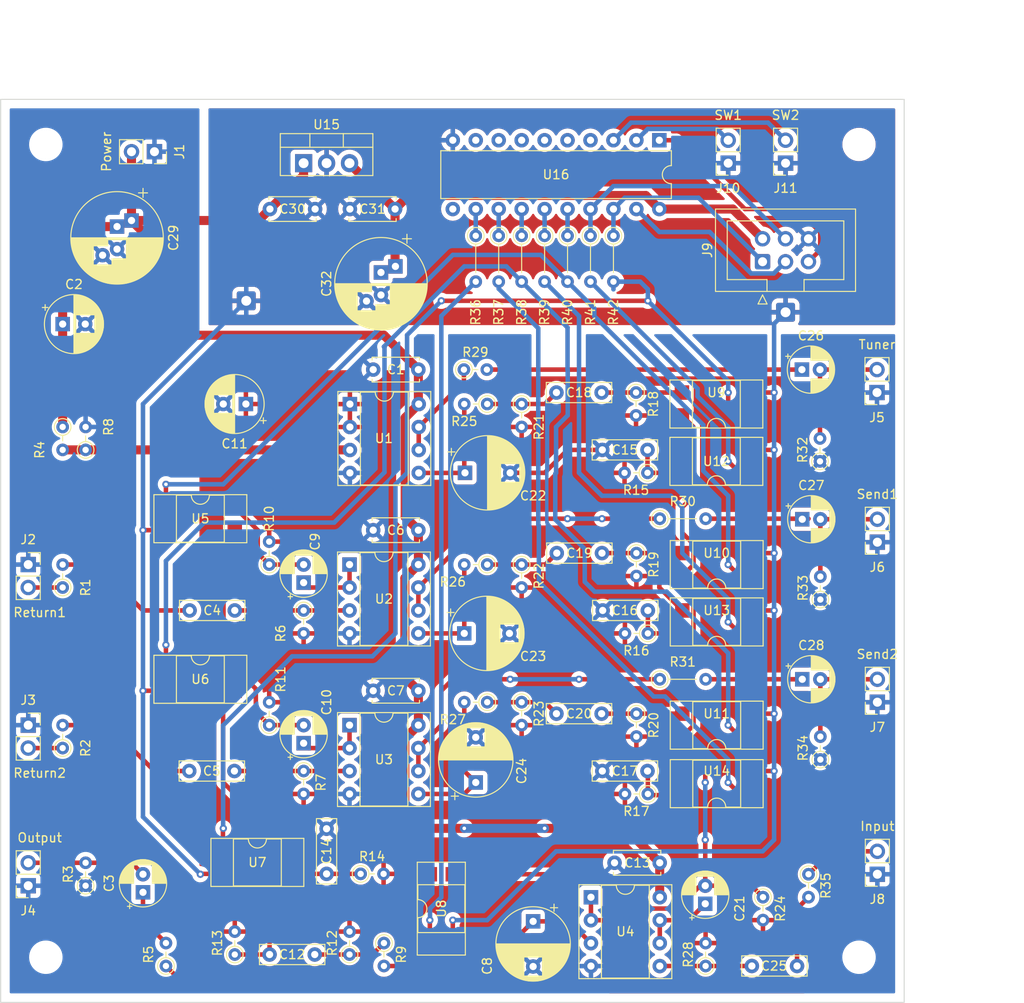
<source format=kicad_pcb>
(kicad_pcb (version 20221018) (generator pcbnew)
  (title_block (title "Line Selector") (date "2023-10-28") (rev "1.0A") (company "Chuck Timber") (comment 1 "DK-FX0002-1.1B"))
  (layers (0 "F.Cu" signal) (31 "B.Cu" signal) (34 "B.Paste" user) (35 "F.Paste" user) (36 "B.SilkS" user "B.Silkscreen") (37 "F.SilkS" user "F.Silkscreen") (38 "B.Mask" user) (39 "F.Mask" user) (44 "Edge.Cuts" user))
  (net 0 "")
  (net 1 "Net-(C14-Pad1)")
  (net 2 "VCOM")
  (net 3 "Net-(C17-Pad1)")
  (net 4 "Net-(J9-MISO)")
  (net 5 "S10")
  (net 6 "Net-(J9-MOSI)")
  (net 7 "S89")
  (net 8 "Net-(U16-PB4)")
  (net 9 "S7")
  (net 10 "Net-(U16-PB3)")
  (net 11 "S56")
  (net 12 "Net-(U16-PB2)")
  (net 13 "S4")
  (net 14 "Net-(U16-PB1)")
  (net 15 "S23")
  (net 16 "Net-(U16-PB0)")
  (net 17 "S1")
  (net 18 "Net-(C16-Pad1)")
  (net 19 "Net-(C15-Pad1)")
  (net 20 "Net-(C18-Pad1)")
  (net 21 "Net-(C12-Pad1)")
  (net 22 "Net-(C12-Pad2)")
  (net 23 "Net-(C10-Pad2)")
  (net 24 "Net-(C9-Pad2)")
  (net 25 "Net-(U4A-+)")
  (net 26 "Net-(U1A-+)")
  (net 27 "GND")
  (net 28 "Net-(U3A-+)")
  (net 29 "Net-(U2A-+)")
  (net 30 "Net-(C3-Pad1)")
  (net 31 "+9V")
  (net 32 "Net-(J4-Pin_2)")
  (net 33 "Net-(J8-Pin_2)")
  (net 34 "Net-(C25-Pad1)")
  (net 35 "Net-(J7-Pin_2)")
  (net 36 "Net-(J6-Pin_2)")
  (net 37 "Net-(J5-Pin_2)")
  (net 38 "Net-(U3B--)")
  (net 39 "Net-(C28-Pad1)")
  (net 40 "Net-(U2B--)")
  (net 41 "Net-(C27-Pad1)")
  (net 42 "Net-(U1B--)")
  (net 43 "Net-(C26-Pad1)")
  (net 44 "Net-(U4B-+)")
  (net 45 "Net-(C20-Pad2)")
  (net 46 "Net-(C19-Pad2)")
  (net 47 "Net-(C18-Pad2)")
  (net 48 "Net-(C21-Pad2)")
  (net 49 "Net-(C20-Pad1)")
  (net 50 "Net-(C19-Pad1)")
  (net 51 "Net-(J2-Pin_2)")
  (net 52 "Net-(C4-Pad1)")
  (net 53 "Net-(J3-Pin_2)")
  (net 54 "Net-(C5-Pad1)")
  (net 55 "GNDD")
  (net 56 "+5V")
  (net 57 "Net-(U1B-+)")
  (net 58 "Net-(U2A--)")
  (net 59 "Net-(U2B-+)")
  (net 60 "Net-(U3A--)")
  (net 61 "Net-(U3B-+)")
  (net 62 "Net-(U4A--)")
  (net 63 "Net-(U4B--)")
  (net 64 "Net-(J9-~{RST})")
  (net 65 "Net-(J10-Pin_2)")
  (net 66 "Net-(J11-Pin_2)")
  (net 74 "Net-(J9-SCK)")
  (footprint "Resistor_THT:R_Axial_DIN0204_L3.6mm_D1.6mm_P2.54mm_Vertical" (layer "F.Cu") (at 181.61 139.7 90)
    (fp_text reference "R12")
    (fp_text value "1M" hide)
  )
  (footprint "Connector_PinSocket_2.54mm:PinSocket_1x02_P2.54mm_Vertical" (layer "F.Cu") (at 223.52 52.07 180)
    (fp_text reference "J10")
    (fp_text value "SW1")
  )
  (footprint "Resistor_THT:R_Axial_DIN0204_L3.6mm_D1.6mm_P2.54mm_Vertical" (layer "F.Cu") (at 161.29 140.97 90)
    (fp_text reference "R5")
    (fp_text value "1k" hide)
  )
  (footprint "Connector_PinSocket_2.54mm:PinSocket_1x02_P2.54mm_Vertical" (layer "F.Cu") (at 239.99 77.47 180)
    (fp_text reference "J5")
    (fp_text value "Tuner")
  )
  (footprint "Package_DIP:DIP-8_W7.62mm_Socket" (layer "F.Cu") (at 208.33 133.36)
    (fp_text reference "U4")
    (fp_text value "NJM4558" hide)
  )
  (footprint "Capacitor_THT:CP_Radial_D10.0mm_P2.50mm_P5.00mm" (layer "F.Cu") (at 185.09 64.170937 -90)
    (fp_text reference "C32")
    (fp_text value "220u/35V" hide)
  )
  (footprint "Capacitor_THT:C_Rect_L7.0mm_W2.0mm_P5.00mm" (layer "F.Cu") (at 172.76 139.7)
    (fp_text reference "C12")
    (fp_text value "47n" hide)
  )
  (footprint "Connector_PinSocket_2.54mm:PinSocket_1x02_P2.54mm_Vertical" (layer "F.Cu") (at 229.87 52.07 180)
    (fp_text reference "J11")
    (fp_text value "SW2")
  )
  (footprint "Resistor_THT:R_Axial_DIN0204_L3.6mm_D1.6mm_P5.08mm_Vertical" (layer "F.Cu") (at 215.95 91.44)
    (fp_text reference "R30")
    (fp_text value "1k" hide)
  )
  (footprint "Capacitor_THT:CP_Radial_D5.0mm_P2.00mm" (layer "F.Cu") (at 231.72 109.22)
    (fp_text reference "C28")
    (fp_text value "1u/50V" hide)
  )
  (footprint "Capacitor_THT:C_Rect_L7.0mm_W2.0mm_P5.00mm" (layer "F.Cu") (at 163.87 119.38)
    (fp_text reference "C5")
    (fp_text value "47n" hide)
  )
  (footprint "Resistor_THT:R_Axial_DIN0204_L3.6mm_D1.6mm_P2.54mm_Vertical" (layer "F.Cu") (at 149.86 81.28 -90)
    (fp_text reference "R4")
    (fp_text value "33k" hide)
  )
  (footprint "Capacitor_THT:CP_Radial_D6.3mm_P2.50mm" (layer "F.Cu") (at 170.14 78.74 180)
    (fp_text reference "C11")
    (fp_text value "100u/16V" hide)
  )
  (footprint "Resistor_THT:R_Axial_DIN0204_L3.6mm_D1.6mm_P2.54mm_Vertical" (layer "F.Cu") (at 227.37 133.35 -90)
    (fp_text reference "R24")
    (fp_text value "1M" hide)
  )
  (footprint "Resistor_THT:R_Axial_DIN0204_L3.6mm_D1.6mm_P2.54mm_Vertical" (layer "F.Cu") (at 149.86 116.84 90)
    (fp_text reference "R2")
    (fp_text value "10k" hide)
  )
  (footprint "Capacitor_THT:C_Disc_D5.0mm_W2.5mm_P5.00mm" (layer "F.Cu") (at 186.65 57.15 180)
    (fp_text reference "C31")
    (fp_text value "100n" hide)
  )
  (footprint "MountingHole:MountingHole_3.2mm_M3" (layer "F.Cu") (at 238 140)
    (fp_text reference "H2" hide)
    (fp_text value "MountingHole" hide)
  )
  (footprint "Connector_PinSocket_2.54mm:PinSocket_1x02_P2.54mm_Vertical" (layer "F.Cu") (at 240.03 111.76 180)
    (fp_text reference "J7")
    (fp_text value "Send2")
  )
  (footprint "Package_DIP:DIP-8_W7.62mm_Socket" (layer "F.Cu") (at 181.61 96.52)
    (fp_text reference "U2")
    (fp_text value "NJM4558" hide)
  )
  (footprint "Resistor_THT:R_Axial_DIN0204_L3.6mm_D1.6mm_P2.54mm_Vertical" (layer "F.Cu") (at 233.72 100.39 90)
    (fp_text reference "R33")
    (fp_text value "100k" hide)
  )
  (footprint "Resistor_THT:R_Axial_DIN0204_L3.6mm_D1.6mm_P2.54mm_Vertical" (layer "F.Cu") (at 152.4 132.08 90)
    (fp_text reference "R3")
    (fp_text value "100k" hide)
  )
  (footprint "Package_DIP:DIP-4_W7.62mm_SMDSocket_SmallPads" (layer "F.Cu") (at 191.77 134.62 90)
    (fp_text reference "U8")
    (fp_text value "TLP241A" hide)
  )
  (footprint "Capacitor_THT:CP_Radial_D8.0mm_P5.00mm" (layer "F.Cu") (at 195.58 120.65 90)
    (fp_text reference "C24")
    (fp_text value "470p" hide)
  )
  (footprint "Resistor_THT:R_Axial_DIN0204_L3.6mm_D1.6mm_P2.54mm_Vertical" (layer "F.Cu") (at 196.85 96.52 180)
    (fp_text reference "R26")
    (fp_text value "1k" hide)
  )
  (footprint "Connector_PinSocket_2.54mm:PinSocket_1x02_P2.54mm_Vertical" (layer "F.Cu") (at 240.03 130.81 180)
    (fp_text reference "J8")
    (fp_text value "Input")
  )
  (footprint "Capacitor_THT:C_Rect_L7.0mm_W2.0mm_P5.00mm" (layer "F.Cu") (at 179.07 130.77 90)
    (fp_text reference "C14")
    (fp_text value "47n" hide)
  )
  (footprint "Capacitor_THT:CP_Radial_D8.0mm_P5.00mm" (layer "F.Cu") (at 194.39 86.36)
    (fp_text reference "C22")
    (fp_text value "470p" hide)
  )
  (footprint "Resistor_THT:R_Axial_DIN0204_L3.6mm_D1.6mm_P5.08mm_Vertical" (layer "F.Cu") (at 215.95 109.22)
    (fp_text reference "R31")
    (fp_text value "1k" hide)
  )
  (footprint "Package_DIP:DIP-4_W7.62mm_SMDSocket_SmallPads" (layer "F.Cu") (at 222.21 85.09 180)
    (fp_text reference "U12")
    (fp_text value "TLP241A" hide)
  )
  (footprint "Capacitor_THT:C_Rect_L7.0mm_W2.0mm_P5.00mm" (layer "F.Cu") (at 231.14 140.97 180)
    (fp_text reference "C25")
    (fp_text value "47n" hide)
  )
  (footprint "Resistor_THT:R_Axial_DIN0204_L3.6mm_D1.6mm_P2.54mm_Vertical" (layer "F.Cu") (at 172.72 96.52 90)
    (fp_text reference "R10")
    (fp_text value "1M" hide)
  )
  (footprint "Connector_Wire:SolderWire-0.5sqmm_1x01_D0.9mm_OD2.1mm" (layer "F.Cu") (at 170.18 67.31)
    (fp_text reference "J12" hide)
    (fp_text value "Conn_01x01_Pin" hide)
  )
  (footprint "Resistor_THT:R_Axial_DIN0204_L3.6mm_D1.6mm_P2.54mm_Vertical" (layer "F.Cu") (at 176.53 119.38 -90)
    (fp_text reference "R7")
    (fp_text value "1M" hide)
  )
  (footprint "Capacitor_THT:C_Disc_D5.0mm_W2.5mm_P5.00mm" (layer "F.Cu") (at 189.23 74.93 180)
    (fp_text reference "C1")
    (fp_text value "100n" hide)
  )
  (footprint "Resistor_THT:R_Axial_DIN0204_L3.6mm_D1.6mm_P2.54mm_Vertical" (layer "F.Cu") (at 196.85 78.74 180)
    (fp_text reference "R25")
    (fp_text value "1k")
  )
  (footprint "Capacitor_THT:CP_Radial_D10.0mm_P2.50mm_P5.00mm" (layer "F.Cu") (at 155.88 59.090937 -90)
    (fp_text reference "C29")
    (fp_text value "220u/35V" hide)
  )
  (footprint "Capacitor_THT:C_Disc_D5.0mm_W2.5mm_P5.00mm" (layer "F.Cu") (at 172.8 57.15)
    (fp_text reference "C30")
    (fp_text value "100n" hide)
  )
  (footprint "Connector_PinSocket_2.54mm:PinSocket_1x02_P2.54mm_Vertical" (layer "F.Cu") (at 240.03 94.04 180)
    (fp_text reference "J6")
    (fp_text value "Send1")
  )
  (footprint "Capacitor_THT:C_Disc_D5.0mm_W2.5mm_P5.00mm" (layer "F.Cu") (at 189.23 92.71 180)
    (fp_text reference "C6")
    (fp_text value "100n" hide)
  )
  (footprint "Resistor_THT:R_Axial_DIN0204_L3.6mm_D1.6mm_P2.54mm_Vertical" (layer "F.Cu") (at 152.4 83.82 90)
    (fp_text reference "R8")
    (fp_text value "33k" hide)
  )
  (footprint "Resistor_THT:R_Axial_DIN0204_L3.6mm_D1.6mm_P2.54mm_Vertical" (layer "F.Cu") (at 213.32 77.47 -90)
    (fp_text reference "R18")
    (fp_text value "1M" hide)
  )
  (footprint "MountingHole:MountingHole_3.2mm_M3" (layer "F.Cu") (at 148 140)
    (fp_text reference "H4" hide)
    (fp_text value "MountingHole" hide)
  )
  (footprint "Capacitor_THT:C_Rect_L7.0mm_W2.0mm_P5.00mm" (layer "F.Cu") (at 214.63 101.6 180)
    (fp_text reference "C16")
    (fp_text value "47n" hide)
  )
  (footprint "Resistor_THT:R_Axial_DIN0204_L3.6mm_D1.6mm_P2.54mm_Vertical" (layer "F.Cu") (at 233.68 85.09 90)
    (fp_text reference "R32")
    (fp_text value "100k" hide)
  )
  (footprint "Capacitor_THT:CP_Radial_D6.3mm_P2.50mm" (layer "F.Cu") (at 149.86 69.89)
    (fp_text reference "C2")
    (fp_text value "100u/16V" hide)
  )
  (footprint "Resistor_THT:R_Axial_DIN0204_L3.6mm_D1.6mm_P5.08mm_Vertical" (layer "F.Cu") (at 203.2 60.11 -90)
    (fp_text reference "R39")
    (fp_text value "1k" hide)
  )
  (footprint "Resistor_THT:R_Axial_DIN0204_L3.6mm_D1.6mm_P2.54mm_Vertical" (layer "F.Cu") (at 185.42 138.43 -90)
    (fp_text reference "R9")
    (fp_text value "1k" hide)
  )
  (footprint "Resistor_THT:R_Axial_DIN0204_L3.6mm_D1.6mm_P2.54mm_Vertical" (layer "F.Cu") (at 214.63 104.14 180)
    (fp_text reference "R16")
    (fp_text value "1M" hide)
  )
  (footprint "MountingHole:MountingHole_3.2mm_M3" (layer "F.Cu") (at 238 50)
    (fp_text reference "H3" hide)
    (fp_text value "MountingHole" hide)
  )
  (footprint "Connector_PinSocket_2.54mm:PinSocket_1x02_P2.54mm_Vertical" (layer "F.Cu") (at 146.05 114.3)
    (fp_text reference "J3")
    (fp_text value "Return2")
  )
  (footprint "Resistor_THT:R_Axial_DIN0204_L3.6mm_D1.6mm_P2.54mm_Vertical" (layer "F.Cu") (at 213.36 95.25 -90)
    (fp_text reference "R19")
    (fp_text value "1M" hide)
  )
  (footprint "Resistor_THT:R_Axial_DIN0204_L3.6mm_D1.6mm_P2.54mm_Vertical" (layer "F.Cu") (at 214.63 121.92 180)
    (fp_text reference "R17")
    (fp_text value "1M" hide)
  )
  (footprint "Capacitor_THT:CP_Radial_D8.0mm_P5.00mm" (layer "F.Cu") (at 201.93 136.027349 -90)
    (fp_text reference "C8")
    (fp_text value "470p" hide)
  )
  (footprint "Resistor_THT:R_Axial_DIN0204_L3.6mm_D1.6mm_P2.54mm_Vertical" (layer "F.Cu") (at 233.72 118.11 90)
    (fp_text reference "R34")
    (fp_text value "100k" hide)
  )
  (footprint "Resistor_THT:R_Axial_DIN0204_L3.6mm_D1.6mm_P2.54mm_Vertical" (layer "F.Cu") (at 196.85 111.76 180)
    (fp_text reference "R27")
    (fp_text value "1k" hide)
  )
  (footprint "Package_DIP:DIP-4_W7.62mm_SMDSocket_SmallPads" (layer "F.Cu") (at 222.21 78.74 180)
    (fp_text reference "U9")
    (fp_text value "TLP241A" hide)
  )
  (footprint "Resistor_THT:R_Axial_DIN0204_L3.6mm_D1.6mm_P2.54mm_Vertical" (layer "F.Cu") (at 172.72 114.3 90)
    (fp_text reference "R11")
    (fp_text value "1M" hide)
  )
  (footprint "Resistor_THT:R_Axial_DIN0204_L3.6mm_D1.6mm_P2.54mm_Vertical" (layer "F.Cu") (at 232.41 130.81 -90)
    (fp_text reference "R35")
    (fp_text value "10k" hide)
  )
  (footprint "Capacitor_THT:CP_Radial_D5.0mm_P2.00mm" (layer "F.Cu") (at 220.98 134.08 90)
    (fp_text reference "C21")
    (fp_text value "1u/50V" hide)
  )
  (footprint "Package_DIP:DIP-8_W7.62mm_Socket" (layer "F.Cu") (at 181.61 114.3)
    (fp_text reference "U3")
    (fp_text value "NJM4558" hide)
  )
  (footprint "Capacitor_THT:CP_Radial_D5.0mm_P2.00mm" (layer "F.Cu") (at 158.75 132.81 90)
    (fp_text reference "C3")
    (fp_text value "1u/50V" hide)
  )
  (footprint "Connector_PinSocket_2.54mm:PinSocket_1x02_P2.54mm_Vertical" (layer "F.Cu") (at 160.02 50.8 -90)
    (fp_text reference "J1")
    (fp_text value "Power")
  )
  (footprint "Capacitor_THT:C_Rect_L7.0mm_W2.0mm_P5.00mm" (layer "F.Cu") (at 214.59 119.38 180)
    (fp_text reference "C17")
    (fp_text value "47n" hide)
  )
  (footprint "Capacitor_THT:C_Rect_L7.0mm_W2.0mm_P5.00mm" (layer "F.Cu") (at 209.51 113.03 180)
    (fp_text reference "C20")
    (fp_text value "47n" hide)
  )
  (footprint "Resistor_THT:R_Axial_DIN0204_L3.6mm_D1.6mm_P2.54mm_Vertical" (layer "F.Cu") (at 182.84 130.77)
    (fp_text reference "R14")
    (fp_text value "1M" hide)
  )
  (footprint "Package_DIP:DIP-8_W7.62mm_Socket" (layer "F.Cu") (at 181.65 78.75)
    (fp_text reference "U1")
    (fp_text value "NJM4558" hide)
  )
  (footprint "Resistor_THT:R_Axial_DIN0204_L3.6mm_D1.6mm_P2.54mm_Vertical" (layer "F.Cu") (at 168.91 139.7 90)
    (fp_text reference "R13")
    (fp_text value "1M" hide)
  )
  (footprint "Resistor_THT:R_Axial_DIN0204_L3.6mm_D1.6mm_P2.54mm_Vertical" (layer "F.Cu") (at 176.53 101.6 -90)
    (fp_text reference "R6")
    (fp_text value "1M" hide)
  )
  (footprint "Resistor_THT:R_Axial_DIN0204_L3.6mm_D1.6mm_P5.08mm_Vertical" (layer "F.Cu") (at 210.82 60.11 -90)
    (fp_text reference "R42")
    (fp_text value "1k" hide)
  )
  (footprint "Resistor_THT:R_Axial_DIN0204_L3.6mm_D1.6mm_P2.54mm_Vertical" (layer "F.Cu") (at 213.36 113.03 -90)
    (fp_text reference "R20")
    (fp_text value "1M" hide)
  )
  (footprint "Capacitor_THT:CP_Radial_D5.0mm_P2.00mm" (layer "F.Cu") (at 176.53 116.3 90)
    (fp_text reference "C10")
    (fp_text value "1u/50V" hide)
  )
  (footprint "Resistor_THT:R_Axial_DIN0204_L3.6mm_D1.6mm_P2.54mm_Vertical" (layer "F.Cu") (at 200.66 78.74 -90)
    (fp_text reference "R21")
    (fp_text value "1M" hide)
  )
  (footprint "Resistor_THT:R_Axial_DIN0204_L3.6mm_D1.6mm_P5.08mm_Vertical" (layer "F.Cu") (at 198.12 60.11 -90)
    (fp_text reference "R37")
    (fp_text value "1k" hide)
  )
  (footprint "Capacitor_THT:C_Rect_L7.0mm_W2.0mm_P5.00mm" (layer "F.Cu") (at 209.51 77.47 180)
    (fp_text reference "C18")
    (fp_text value "47n" hide)
  )
  (footprint "Connector_PinSocket_2.54mm:PinSocket_1x02_P2.54mm_Vertical" (layer "F.Cu") (at 146.05 96.52)
    (fp_text reference "J2")
    (fp_text value "Return1")
  )
  (footprint "Package_DIP:DIP-4_W7.62mm_SMDSocket_SmallPads" (layer "F.Cu") (at 222.25 114.3 180)
    (fp_text reference "U11")
    (fp_text value "TLP241A" hide)
  )
  (footprint "Resistor_THT:R_Axial_DIN0204_L3.6mm_D1.6mm_P2.54mm_Vertical" (layer "F.Cu") (at 194.27 74.93)
    (fp_text reference "R29")
    (fp_text value "1k" hide)
  )
  (footprint "Connector_Wire:SolderWire-0.5sqmm_1x01_D0.9mm_OD2.1mm" (layer "F.Cu") (at 229.87 68.58)
    (fp_text reference "J13" hide)
    (fp_text value "Conn_01x01_Pin" hide)
  )
  (footprint "Resistor_THT:R_Axial_DIN0204_L3.6mm_D1.6mm_P2.54mm_Vertical" (layer "F.Cu") (at 221.02 140.97 90)
    (fp_text reference "R28")
    (fp_text value "1M" hide)
  )
  (footprint "Capacitor_THT:CP_Radial_D5.0mm_P2.00mm" (layer "F.Cu") (at 231.68 74.93)
    (fp_text reference "C26")
    (fp_text value "1u/50V" hide)
  )
  (footprint "Resistor_THT:R_Axial_DIN0204_L3.6mm_D1.6mm_P5.08mm_Vertical" (layer "F.Cu") (at 195.58 60.11 -90)
    (fp_text reference "R36")
    (fp_text value "1k" hide)
  )
  (footprint "Package_DIP:DIP-4_W7.62mm_SMDSocket_SmallPads" (layer "F.Cu") (at 222.25 96.52 180)
    (fp_text reference "U10")
    (fp_text value "TLP241A" hide)
  )
  (footprint "Capacitor_THT:C_Disc_D5.0mm_W2.5mm_P5.00mm" (layer "F.Cu") (at 189.23 110.49 180)
    (fp_text reference "C7")
    (fp_text value "100n" hide)
  )
  (footprint "Resistor_THT:R_Axial_DIN0204_L3.6mm_D1.6mm_P5.08mm_Vertical" (layer "F.Cu") (at 208.28 60.11 -90)
    (fp_text reference "R41")
    (fp_text value "1k" hide)
  )
  (footprint "Capacitor_THT:CP_Radial_D5.0mm_P2.00mm" (layer "F.Cu") (at 231.72 91.5)
    (fp_text reference "C27")
    (fp_text value "1u/50V" hide)
  )
  (footprint "Resistor_THT:R_Axial_DIN0204_L3.6mm_D1.6mm_P2.54mm_Vertical" (layer "F.Cu") (at 149.86 99.06 90)
    (fp_text reference "R1")
    (fp_text value "10k" hide)
  )
  (footprint "Package_DIP:DIP-4_W7.62mm_SMDSocket_SmallPads" (layer "F.Cu") (at 222.25 120.78 180)
    (fp_text reference "U14")
    (fp_text value "TLP241A" hide)
  )
  (footprint "Capacitor_THT:CP_Radial_D5.0mm_P2.00mm" (layer "F.Cu") (at 176.53 98.52 90)
    (fp_text reference "C9")
    (fp_text value "1u/50V" hide)
  )
  (footprint "Connector_PinSocket_2.54mm:PinSocket_1x02_P2.54mm_Vertical" (layer "F.Cu") (at 146.05 132.08 180)
    (fp_text reference "J4")
    (fp_text value "Output")
  )
  (footprint "Package_TO_SOT_THT:TO-220-3_Vertical" (layer "F.Cu") (at 176.53 52.07)
    (fp_text reference "U15")
    (fp_text value "LM78M05_TO220" hide)
  )
  (footprint "Package_DIP:DIP-4_W7.62mm_SMDSocket_SmallPads" (layer "F.Cu") (at 222.25 102.87 180)
    (fp_text reference "U13")
    (fp_text value "TLP241A" hide)
  )
  (footprint "Resistor_THT:R_Axial_DIN0204_L3.6mm_D1.6mm_P2.54mm_Vertical" (layer "F.Cu") (at 214.59 86.36 180)
    (fp_text reference "R15")
    (fp_text value "1M" hide)
  )
  (footprint "Resistor_THT:R_Axial_DIN0204_L3.6mm_D1.6mm_P2.54mm_Vertical" (layer "F.Cu") (at 200.66 111.76 -90)
    (fp_text reference "R23")
    (fp_text value "1M" hide)
  )
  (footprint "Capacitor_THT:CP_Radial_D8.0mm_P5.00mm" (layer "F.Cu") (at 194.31 104.14)
    (fp_text reference "C23")
    (fp_text value "470p" hide)
  )
  (footprint "Resistor_THT:R_Axial_DIN0204_L3.6mm_D1.6mm_P2.54mm_Vertical" (layer "F.Cu") (at 200.66 96.52 -90)
    (fp_text reference "R22")
    (fp_text value "1M" hide)
  )
  (footprint "Capacitor_THT:C_Rect_L7.0mm_W2.0mm_P5.00mm" (layer "F.Cu") (at 163.91 101.6)
    (fp_text reference "C4")
    (fp_text value "47n" hide)
  )
  (footprint "Capacitor_THT:C_Rect_L7.0mm_W2.0mm_P5.00mm" (layer "F.Cu") (at 214.59 83.82 180)
    (fp_text reference "C15")
    (fp_text value "47n" hide)
  )
  (footprint "Resistor_THT:R_Axial_DIN0204_L3.6mm_D1.6mm_P5.08mm_Vertical" (layer "F.Cu") (at 200.66 60.11 -90)
    (fp_text reference "R38")
    (fp_text value "1k" hide)
  )
  (footprint "Package_DIP:DIP-4_W7.62mm_SMDSocket_SmallPads" (layer "F.Cu") (at 165.1 91.44)
    (fp_text reference "U5")
    (fp_text value "TLP241A" hide)
  )
  (footprint "Resistor_THT:R_Axial_DIN0204_L3.6mm_D1.6mm_P5.08mm_Vertical" (layer "F.Cu") (at 205.74 60.11 -90)
    (fp_text reference "R40")
    (fp_text value "1k" hide)
  )
  (footprint "Package_DIP:DIP-20_W7.62mm" (layer "F.Cu") (at 215.9 49.53 -90)
    (fp_text reference "U16")
    (fp_text value "ATtiny2313-20P" hide)
  )
  (footprint "Connector_IDC:IDC-Header_2x03_P2.54mm_Vertical" (layer "F.Cu") (at 227.325 62.9825 90)
    (fp_text reference "J9")
    (fp_text value "AVR-ISP-6")
  )
  (footprint "Capacitor_THT:C_Rect_L7.0mm_W2.0mm_P5.00mm" (layer "F.Cu") (at 209.55 95.25 180)
    (fp_text reference "C19")
    (fp_text value "47n" hide)
  )
  (footprint "Capacitor_THT:C_Disc_D5.0mm_W2.5mm_P5.00mm" (layer "F.Cu") (at 215.94 129.54 180)
    (fp_text reference "C13")
    (fp_text value "100n" hide)
  )
  (footprint "Package_DIP:DIP-4_W7.62mm_SMDSocket_SmallPads" (layer "F.Cu") (at 171.41 129.5)
    (fp_text reference "U7")
    (fp_text value "TLP241A" hide)
  )
  (footprint "MountingHole:MountingHole_3.2mm_M3" (layer "F.Cu") (at 148 50)
    (fp_text reference "H1" hide)
    (fp_text value "MountingHole" hide)
  )
  (footprint "Package_DIP:DIP-4_W7.62mm_SMDSocket_SmallPads" (layer "F.Cu") (at 165.1 109.22)
    (fp_text reference "U6")
    (fp_text value "TLP241A" hide)
  )
  (gr_rect (start 143 45) (end 243 145) (stroke (width 0.1)) (fill none) (layer "Edge.Cuts"))
  (segment (start 175.22 130.77) (end 179.07 130.77) (width 0.5) (layer "F.Cu") (net 1))
  (segment (start 179.07 130.77) (end 182.84 130.77) (width 0.5) (layer "F.Cu") (net 1))
  (segment (start 170.15 78.75) (end 170.14 78.74) (width 1) (layer "F.Cu") (net 2))
  (segment (start 181.64 78.74) (end 181.65 78.75) (width 1) (layer "B.Cu") (net 2))
  (segment (start 214.63 119.42) (end 214.59 119.38) (width 0.5) (layer "F.Cu") (net 3))
  (segment (start 214.63 121.92) (end 214.63 119.42) (width 0.5) (layer "F.Cu") (net 3))
  (segment (start 214.76 122.05) (end 214.63 121.92) (width 0.5) (layer "F.Cu") (net 3))
  (segment (start 218.44 122.05) (end 214.76 122.05) (width 0.5) (layer "F.Cu") (net 3))
  (segment (start 220.2425 55.9) (end 212.07 55.9) (width 0.5) (layer "B.Cu") (net 4))
  (segment (start 210.82 57.15) (end 210.82 60.11) (width 0.5) (layer "B.Cu") (net 4))
  (segment (start 212.07 55.9) (end 210.82 57.15) (width 0.5) (layer "B.Cu") (net 4))
  (segment (start 227.325 62.9825) (end 220.2425 55.9) (width 0.5) (layer "B.Cu") (net 4))
  (segment (start 224.92 122.05) (end 223.52 120.65) (width 0.5) (layer "F.Cu") (net 5))
  (segment (start 226.06 122.05) (end 224.92 122.05) (width 0.5) (layer "F.Cu") (net 5))
  (via (at 223.52 120.65) (size 0.8) (drill 0.4) (layers "F.Cu" "B.Cu") (net 5))
  (segment (start 223.52 120.65) (end 223.52 118.11) (width 0.5) (layer "B.Cu") (net 5))
  (segment (start 202.565 92.195) (end 202.5 92.13) (width 0.5) (layer "B.Cu") (net 5))
  (segment (start 215.265 111.125) (end 202.565 98.425) (width 0.5) (layer "B.Cu") (net 5))
  (segment (start 198.12 65.972082) (end 198.12 65.19) (width 0.5) (layer "B.Cu") (net 5))
  (segment (start 202.5 70.352082) (end 198.12 65.972082) (width 0.5) (layer "B.Cu") (net 5))
  (segment (start 202.565 98.425) (end 202.565 92.195) (width 0.5) (layer "B.Cu") (net 5))
  (segment (start 202.5 92.13) (end 202.5 70.352082) (width 0.5) (layer "B.Cu") (net 5))
  (segment (start 223.52 118.11) (end 216.535 111.125) (width 0.5) (layer "B.Cu") (net 5))
  (segment (start 216.535 111.125) (end 215.265 111.125) (width 0.5) (layer "B.Cu") (net 5))
  (segment (start 224.0325 54.61) (end 210.82 54.61) (width 0.5) (layer "B.Cu") (net 6))
  (segment (start 210.82 54.61) (end 208.28 57.15) (width 0.5) (layer "B.Cu") (net 6))
  (segment (start 208.28 57.15) (end 208.28 60.11) (width 0.5) (layer "B.Cu") (net 6))
  (segment (start 229.865 60.4425) (end 224.0325 54.61) (width 0.5) (layer "B.Cu") (net 6))
  (segment (start 161.29 107.95) (end 161.29 105.41) (width 0.5) (layer "F.Cu") (net 7))
  (segment (start 226.06 115.57) (end 224.79 115.57) (width 0.5) (layer "F.Cu") (net 7))
  (segment (start 224.79 115.57) (end 223.52 114.3) (width 0.5) (layer "F.Cu") (net 7))
  (via (at 161.29 105.41) (size 0.8) (drill 0.4) (layers "F.Cu" "B.Cu") (net 7))
  (via (at 223.52 114.3) (size 0.8) (drill 0.4) (layers "F.Cu" "B.Cu") (net 7))
  (segment (start 205.74 74.93) (end 205.74 70.27) (width 0.5) (layer "B.Cu") (net 7))
  (segment (start 207.645 98.425) (end 207.645 94.79227) (width 0.5) (layer "B.Cu") (net 7))
  (segment (start 161.29 96.109346) (end 165.529673 91.869673) (width 0.5) (layer "B.Cu") (net 7))
  (segment (start 223.52 106.32546) (end 216.71227 99.51773) (width 0.5) (layer "B.Cu") (net 7))
  (segment (start 204.47 86.38) (end 204.47 81.28) (width 0.5) (layer "B.Cu") (net 7))
  (segment (start 208.73773 99.51773) (end 207.645 98.425) (width 0.5) (layer "B.Cu") (net 7))
  (segment (start 185.42 72.39) (end 194.31 63.5) (width 0.5) (layer "B.Cu") (net 7))
  (segment (start 194.31 63.5) (end 198.97 63.5) (width 0.5) (layer "B.Cu") (net 7))
  (segment (start 205.76 79.99) (end 205.76 74.95) (width 0.5) (layer "B.Cu") (net 7))
  (segment (start 207.645 94.79227) (end 204.381365 91.528635) (width 0.5) (layer "B.Cu") (net 7))
  (segment (start 185.48 86.3) (end 185.48 72.45) (width 0.5) (layer "B.Cu") (net 7))
  (segment (start 198.97 63.5) (end 200.66 65.19) (width 0.5) (layer "B.Cu") (net 7))
  (segment (start 204.47 81.28) (end 205.76 79.99) (width 0.5) (layer "B.Cu") (net 7))
  (segment (start 161.29 105.41) (end 161.29 96.109346) (width 0.5) (layer "B.Cu") (net 7))
  (segment (start 205.76 74.95) (end 205.74 74.93) (width 0.5) (layer "B.Cu") (net 7))
  (segment (start 204.381365 86.468635) (end 204.47 86.38) (width 0.5) (layer "B.Cu") (net 7))
  (segment (start 179.910327 91.869673) (end 185.48 86.3) (width 0.5) (layer "B.Cu") (net 7))
  (segment (start 204.381365 91.528635) (end 204.381365 86.468635) (width 0.5) (layer "B.Cu") (net 7))
  (segment (start 185.48 72.45) (end 185.42 72.39) (width 0.5) (layer "B.Cu") (net 7))
  (segment (start 216.71227 99.51773) (end 208.73773 99.51773) (width 0.5) (layer "B.Cu") (net 7))
  (segment (start 205.74 70.27) (end 200.66 65.19) (width 0.5) (layer "B.Cu") (net 7))
  (segment (start 223.52 114.3) (end 223.52 106.32546) (width 0.5) (layer "B.Cu") (net 7))
  (segment (start 165.529673 91.869673) (end 179.910327 91.869673) (width 0.5) (layer "B.Cu") (net 7))
  (segment (start 205.74 57.15) (end 205.74 60.11) (width 0.5) (layer "B.Cu") (net 8))
  (segment (start 226.06 104.14) (end 224.79 104.14) (width 0.5) (layer "F.Cu") (net 9))
  (segment (start 224.79 104.14) (end 223.52 102.87) (width 0.5) (layer "F.Cu") (net 9))
  (via (at 223.52 102.87) (size 0.8) (drill 0.4) (layers "F.Cu" "B.Cu") (net 9))
  (segment (start 209.55 88.9) (end 207.01 86.36) (width 0.5) (layer "B.Cu") (net 9))
  (segment (start 223.52 102.87) (end 223.52 100.33) (width 0.5) (layer "B.Cu") (net 9))
  (segment (start 218.44 95.25) (end 218.44 90.17) (width 0.5) (layer "B.Cu") (net 9))
  (segment (start 218.44 90.17) (end 217.17 88.9) (width 0.5) (layer "B.Cu") (net 9))
  (segment (start 207.01 86.36) (end 207.01 69) (width 0.5) (layer "B.Cu") (net 9))
  (segment (start 217.17 88.9) (end 209.55 88.9) (width 0.5) (layer "B.Cu") (net 9))
  (segment (start 223.52 100.33) (end 218.44 95.25) (width 0.5) (layer "B.Cu") (net 9))
  (segment (start 207.01 69) (end 203.2 65.19) (width 0.5) (layer "B.Cu") (net 9))
  (segment (start 203.2 57.15) (end 203.2 60.11) (width 0.5) (layer "B.Cu") (net 10))
  (segment (start 226.06 97.79) (end 224.79 97.79) (width 0.5) (layer "F.Cu") (net 11))
  (segment (start 224.79 97.79) (end 223.52 96.52) (width 0.5) (layer "F.Cu") (net 11))
  (segment (start 161.29 90.17) (end 161.29 87.63) (width 0.5) (layer "F.Cu") (net 11))
  (via (at 223.52 96.52) (size 0.8) (drill 0.4) (layers "F.Cu" "B.Cu") (net 11))
  (via (at 161.29 87.63) (size 0.8) (drill 0.4) (layers "F.Cu" "B.Cu") (net 11))
  (segment (start 223.52 88.9) (end 220.77 86.15) (width 0.5) (layer "B.Cu") (net 11))
  (segment (start 220.77 81.07) (end 208.705 69.005) (width 0.5) (layer "B.Cu") (net 11))
  (segment (start 167.64 87.63) (end 193.04 62.23) (width 0.5) (layer "B.Cu") (net 11))
  (segment (start 161.29 87.63) (end 167.64 87.63) (width 0.5) (layer "B.Cu") (net 11))
  (segment (start 208.705 69.005) (end 208.705 68.155) (width 0.5) (layer "B.Cu") (net 11))
  (segment (start 208.705 68.155) (end 205.74 65.19) (width 0.5) (layer "B.Cu") (net 11))
  (segment (start 193.04 62.23) (end 202.78 62.23) (width 0.5) (layer "B.Cu") (net 11))
  (segment (start 223.52 96.52) (end 223.52 88.9) (width 0.5) (layer "B.Cu") (net 11))
  (segment (start 220.77 86.15) (end 220.77 81.07) (width 0.5) (layer "B.Cu") (net 11))
  (segment (start 202.78 62.23) (end 205.74 65.19) (width 0.5) (layer "B.Cu") (net 11))
  (segment (start 200.66 57.15) (end 200.66 60.11) (width 0.5) (layer "B.Cu") (net 12))
  (segment (start 226.02 86.36) (end 224.79 86.36) (width 0.5) (layer "F.Cu") (net 13))
  (segment (start 224.79 86.36) (end 223.52 85.09) (width 0.5) (layer "F.Cu") (net 13))
  (via (at 223.52 85.09) (size 0.8) (drill 0.4) (layers "F.Cu" "B.Cu") (net 13))
  (segment (start 208.28 65.19) (end 220.135 77.045) (width 0.5) (layer "B.Cu") (net 13))
  (segment (start 223.52 85.09) (end 223.52 81.28) (width 0.5) (layer "B.Cu") (net 13))
  (segment (start 223.52 81.28) (end 220.135 77.895) (width 0.5) (layer "B.Cu") (net 13))
  (segment (start 220.135 77.895) (end 220.135 77.045) (width 0.5) (layer "B.Cu") (net 13))
  (segment (start 198.12 57.15) (end 198.12 60.11) (width 0.5) (layer "B.Cu") (net 14))
  (segment (start 223.52 78.74) (end 224.79 80.01) (width 0.5) (layer "F.Cu") (net 15))
  (segment (start 223.52 77.47) (end 223.52 78.74) (width 0.5) (layer "F.Cu") (net 15))
  (segment (start 226.02 80.01) (end 224.79 80.01) (width 0.5) (layer "F.Cu") (net 15))
  (segment (start 167.6 125.77) (end 167.64 125.73) (width 0.5) (layer "F.Cu") (net 15))
  (segment (start 191.77 67.31) (end 214.63 67.31) (width 0.5) (layer "F.Cu") (net 15))
  (segment (start 167.6 128.23) (end 167.6 125.77) (width 0.5) (layer "F.Cu") (net 15))
  (via (at 191.77 67.31) (size 0.8) (drill 0.4) (layers "F.Cu" "B.Cu") (net 15))
  (via (at 214.63 67.31) (size 0.8) (drill 0.4) (layers "F.Cu" "B.Cu") (net 15))
  (via (at 167.64 125.73) (size 0.8) (drill 0.4) (layers "F.Cu" "B.Cu") (net 15))
  (via (at 223.52 77.47) (size 0.8) (drill 0.4) (layers "F.Cu" "B.Cu") (net 15))
  (segment (start 214.63 67.31) (end 214.63 66.04) (width 0.5) (layer "B.Cu") (net 15))
  (segment (start 223.52 76.2) (end 223.52 77.47) (width 0.5) (layer "B.Cu") (net 15))
  (segment (start 167.62 125.71) (end 167.62 114.32) (width 0.5) (layer "B.Cu") (net 15))
  (segment (start 184.15 106.68) (end 186.69 104.14) (width 0.5) (layer "B.Cu") (net 15))
  (segment (start 175.26 106.68) (end 184.15 106.68) (width 0.5) (layer "B.Cu") (net 15))
  (segment (start 214.63 66.04) (end 213.78 65.19) (width 0.5) (layer "B.Cu") (net 15))
  (segment (start 223.52 76.2) (end 214.63 67.31) (width 0.5) (layer "B.Cu") (net 15))
  (segment (start 187.98 86.36) (end 187.98 71.1) (width 0.5) (layer "B.Cu") (net 15))
  (segment (start 213.78 65.19) (end 210.82 65.19) (width 0.5) (layer "B.Cu") (net 15))
  (segment (start 187.98 71.1) (end 191.77 67.31) (width 0.5) (layer "B.Cu") (net 15))
  (segment (start 210.82 65.19) (end 210.82 66.04) (width 0.5) (layer "B.Cu") (net 15))
  (segment (start 167.62 114.32) (end 175.26 106.68) (width 0.5) (layer "B.Cu") (net 15))
  (segment (start 186.69 87.63) (end 186.71 87.63) (width 0.5) (layer "B.Cu") (net 15))
  (segment (start 186.69 104.14) (end 186.69 87.63) (width 0.5) (layer "B.Cu") (net 15))
  (segment (start 186.71 87.63) (end 187.98 86.36) (width 0.5) (layer "B.Cu") (net 15))
  (segment (start 167.64 125.73) (end 167.62 125.71) (width 0.5) (layer "B.Cu") (net 15))
  (segment (start 195.58 57.15) (end 195.58 60.11) (width 0.5) (layer "B.Cu") (net 16))
  (segment (start 190.5 138.43) (end 190.5 135.89) (width 0.5) (layer "F.Cu") (net 17))
  (via (at 190.5 135.89) (size 0.8) (drill 0.4) (layers "F.Cu" "B.Cu") (net 17))
  (segment (start 190.52 135.87) (end 190.5 135.89) (width 0.5) (layer "B.Cu") (net 17))
  (segment (start 191.77 133.35) (end 190.52 134.6) (width 0.5) (layer "B.Cu") (net 17))
  (segment (start 190.52 134.6) (end 190.52 135.87) (width 0.5) (layer "B.Cu") (net 17))
  (segment (start 191.77 69) (end 191.77 133.35) (width 0.5) (layer "B.Cu") (net 17))
  (segment (start 195.58 65.19) (end 191.77 69) (width 0.5) (layer "B.Cu") (net 17))
  (segment (start 214.63 104.14) (end 214.63 101.6) (width 0.5) (layer "F.Cu") (net 18))
  (segment (start 218.44 104.14) (end 214.63 104.14) (width 0.5) (layer "F.Cu") (net 18))
  (segment (start 214.59 86.36) (end 214.59 83.82) (width 0.5) (layer "F.Cu") (net 19))
  (segment (start 218.4 86.36) (end 214.59 86.36) (width 0.5) (layer "F.Cu") (net 19))
  (segment (start 218.4 83.82) (end 218.44 83.82) (width 0.5) (layer "F.Cu") (net 20))
  (segment (start 209.51 77.47) (end 213.32 77.47) (width 0.5) (layer "F.Cu") (net 20))
  (segment (start 218.44 83.82) (end 215.9 81.28) (width 0.5) (layer "F.Cu") (net 20))
  (segment (start 215.9 81.28) (end 215.9 77.47) (width 0.5) (layer "F.Cu") (net 20))
  (segment (start 213.32 77.47) (end 215.9 77.47) (width 0.5) (layer "F.Cu") (net 20))
  (segment (start 215.9 77.47) (end 218.4 77.47) (width 0.5) (layer "F.Cu") (net 20))
  (segment (start 167.66 109.24) (end 167.66 93.96) (width 0.5) (layer "F.Cu") (net 21))
  (segment (start 168.91 110.49) (end 167.66 109.24) (width 0.5) (layer "F.Cu") (net 21))
  (segment (start 175.22 128.23) (end 167.62 120.63) (width 0.5) (layer "F.Cu") (net 21))
  (segment (start 167.62 120.63) (end 167.62 111.78) (width 0.5) (layer "F.Cu") (net 21))
  (segment (start 187.92 128.23) (end 175.22 128.23) (width 0.5) (layer "F.Cu") (net 21))
  (segment (start 172.76 130.69) (end 172.76 139.7) (width 0.5) (layer "F.Cu") (net 21))
  (segment (start 172.76 139.7) (end 168.91 139.7) (width 0.5) (layer "F.Cu") (net 21))
  (segment (start 167.62 111.78) (end 168.91 110.49) (width 0.5) (layer "F.Cu") (net 21))
  (segment (start 175.22 128.23) (end 172.76 130.69) (width 0.5) (layer "F.Cu") (net 21))
  (segment (start 167.66 93.96) (end 168.91 92.71) (width 0.5) (layer "F.Cu") (net 21))
  (segment (start 190.5 130.81) (end 187.92 128.23) (width 0.5) (layer "F.Cu") (net 21))
  (segment (start 184.15 139.7) (end 185.42 138.43) (width 0.5) (layer "F.Cu") (net 22))
  (segment (start 181.61 139.7) (end 177.76 139.7) (width 0.5) (layer "F.Cu") (net 22))
  (segment (start 181.61 139.7) (end 184.15 139.7) (width 0.5) (layer "F.Cu") (net 22))
  (segment (start 171.241148 110.281148) (end 168.91 107.95) (width 0.5) (layer "F.Cu") (net 23))
  (segment (start 171.241148 112.821148) (end 171.241148 110.281148) (width 0.5) (layer "F.Cu") (net 23))
  (segment (start 176.53 114.3) (end 172.72 114.3) (width 0.5) (layer "F.Cu") (net 23))
  (segment (start 172.72 114.3) (end 171.241148 112.821148) (width 0.5) (layer "F.Cu") (net 23))
  (segment (start 172.72 96.52) (end 171.45 95.25) (width 0.5) (layer "F.Cu") (net 24))
  (segment (start 176.53 96.52) (end 172.72 96.52) (width 0.5) (layer "F.Cu") (net 24))
  (segment (start 171.45 95.25) (end 171.45 92.71) (width 0.5) (layer "F.Cu") (net 24))
  (segment (start 171.45 92.71) (end 168.91 90.17) (width 0.5) (layer "F.Cu") (net 24))
  (segment (start 201.93 136.027349) (end 205.917349 136.027349) (width 0.5) (layer "F.Cu") (net 25))
  (segment (start 185.42 140.97) (end 196.987349 140.97) (width 0.5) (layer "F.Cu") (net 25))
  (segment (start 205.917349 136.027349) (end 208.33 138.44) (width 0.5) (layer "F.Cu") (net 25))
  (segment (start 196.987349 140.97) (end 201.93 136.027349) (width 0.5) (layer "F.Cu") (net 25))
  (segment (start 152.4 83.82) (end 181.64 83.82) (width 1) (layer "F.Cu") (net 26))
  (segment (start 181.64 83.82) (end 181.65 83.83) (width 1) (layer "F.Cu") (net 26))
  (segment (start 149.86 83.82) (end 152.4 83.82) (width 1) (layer "F.Cu") (net 26))
  (segment (start 205.74 83.82) (end 209.59 83.82) (width 0.5) (layer "F.Cu") (net 27))
  (segment (start 199.39 86.36) (end 203.2 86.36) (width 0.5) (layer "F.Cu") (net 27))
  (segment (start 203.2 86.36) (end 205.74 83.82) (width 0.5) (layer "F.Cu") (net 27))
  (segment (start 176.53 119.38) (end 168.87 119.38) (width 0.5) (layer "F.Cu") (net 28))
  (segment (start 181.61 119.38) (end 176.53 119.38) (width 0.5) (layer "F.Cu") (net 28))
  (segment (start 181.61 101.6) (end 176.53 101.6) (width 0.5) (layer "F.Cu") (net 29))
  (segment (start 176.53 101.6) (end 168.91 101.6) (width 0.5) (layer "F.Cu") (net 29))
  (segment (start 161.29 138.43) (end 158.75 135.89) (width 0.5) (layer "F.Cu") (net 30))
  (segment (start 158.75 135.89) (end 158.75 132.81) (width 0.5) (layer "F.Cu") (net 30))
  (segment (start 151.729063 59.090937) (end 149.86 60.96) (width 1) (layer "F.Cu") (net 31))
  (segment (start 161.29 62.23) (end 161.29 68.58) (width 1) (layer "F.Cu") (net 31))
  (segment (start 161.29 68.58) (end 163.83 71.12) (width 1) (layer "F.Cu") (net 31))
  (segment (start 189.23 125.73) (end 194.31 125.73) (width 1) (layer "F.Cu") (net 31))
  (segment (start 163.83 71.12) (end 185.42 71.12) (width 1) (layer "F.Cu") (net 31))
  (segment (start 215.94 129.54) (end 215.94 133.35) (width 1) (layer "F.Cu") (net 31))
  (segment (start 187.73 98.02) (end 187.73 108.99) (width 1) (layer "F.Cu") (net 31))
  (segment (start 212.13 125.73) (end 215.94 129.54) (width 1) (layer "F.Cu") (net 31))
  (segment (start 189.23 110.49) (end 189.23 114.3) (width 1) (layer "F.Cu") (net 31))
  (segment (start 189.23 114.3) (end 187.73 115.8) (width 1) (layer "F.Cu") (net 31))
  (segment (start 189.23 74.93) (end 189.23 78.71) (width 1) (layer "F.Cu") (net 31))
  (segment (start 187.77 91.25) (end 189.23 92.71) (width 1) (layer "F.Cu") (net 31))
  (segment (start 171.53 58.42) (end 172.8 57.15) (width 1) (layer "F.Cu") (net 31))
  (segment (start 203.2 125.73) (end 212.13 125.73) (width 1) (layer "F.Cu") (net 31))
  (segment (start 185.42 71.12) (end 189.23 74.93) (width 1) (layer "F.Cu") (net 31))
  (segment (start 189.27 78.75) (end 187.77 80.25) (width 1) (layer "F.Cu") (net 31))
  (segment (start 176.53 52.07) (end 176.53 53.42) (width 1) (layer "F.Cu") (net 31))
  (segment (start 187.73 115.8) (end 187.73 124.23) (width 1) (layer "F.Cu") (net 31))
  (segment (start 157.48 50.8) (end 157.48 58.42) (width 1) (layer "F.Cu") (net 31))
  (segment (start 155.88 59.090937) (end 151.729063 59.090937) (width 1) (layer "F.Cu") (net 31))
  (segment (start 172.8 57.15) (end 172.72 57.15) (width 0.5) (layer "F.Cu") (net 31))
  (segment (start 187.73 124.23) (end 189.23 125.73) (width 1) (layer "F.Cu") (net 31))
  (segment (start 189.23 96.52) (end 187.73 98.02) (width 1) (layer "F.Cu") (net 31))
  (segment (start 149.86 81.28) (end 149.86 69.89) (width 1) (layer "F.Cu") (net 31))
  (segment (start 149.86 60.96) (end 149.86 69.89) (width 1) (layer "F.Cu") (net 31))
  (segment (start 157.48 58.42) (end 171.53 58.42) (width 1) (layer "F.Cu") (net 31))
  (segment (start 215.94 133.35) (end 215.95 133.36) (width 1) (layer "F.Cu") (net 31))
  (segment (start 149.86 69.89) (end 149.86 69.85) (width 0.5) (layer "F.Cu") (net 31))
  (segment (start 157.48 58.42) (end 161.29 62.23) (width 1) (layer "F.Cu") (net 31))
  (segment (start 189.23 78.71) (end 189.27 78.75) (width 1) (layer "F.Cu") (net 31))
  (segment (start 187.73 108.99) (end 189.23 110.49) (width 1) (layer "F.Cu") (net 31))
  (segment (start 176.53 53.42) (end 172.8 57.15) (width 1) (layer "F.Cu") (net 31))
  (segment (start 189.23 92.71) (end 189.23 96.52) (width 1) (layer "F.Cu") (net 31))
  (segment (start 187.77 80.25) (end 187.77 91.25) (width 1) (layer "F.Cu") (net 31))
  (via (at 194.31 125.73) (size 0.8) (drill 0.4) (layers "F.Cu" "B.Cu") (net 31))
  (via (at 203.2 125.73) (size 0.8) (drill 0.4) (layers "F.Cu" "B.Cu") (net 31))
  (segment (start 194.31 125.73) (end 203.2 125.73) (width 1) (layer "B.Cu") (net 31))
  (segment (start 158.75 130.81) (end 157.48 129.54) (width 0.5) (layer "F.Cu") (net 32))
  (segment (start 157.48 129.54) (end 152.4 129.54) (width 0.5) (layer "F.Cu") (net 32))
  (segment (start 152.4 129.54) (end 146.05 129.54) (width 0.5) (layer "F.Cu") (net 32))
  (segment (start 240.03 128.27) (end 234.95 128.27) (width 0.5) (layer "F.Cu") (net 33))
  (segment (start 234.95 128.27) (end 232.41 130.81) (width 0.5) (layer "F.Cu") (net 33))
  (segment (start 232.41 133.35) (end 231.14 134.62) (width 0.5) (layer "F.Cu") (net 34))
  (segment (start 231.14 134.62) (end 231.14 140.97) (width 0.5) (layer "F.Cu") (net 34))
  (segment (start 233.72 109.22) (end 233.72 115.57) (width 0.5) (layer "F.Cu") (net 35))
  (segment (start 240.03 109.22) (end 233.72 109.22) (width 0.5) (layer "F.Cu") (net 35))
  (segment (start 233.72 91.5) (end 233.72 97.85) (width 0.5) (layer "F.Cu") (net 36))
  (segment (start 240.03 91.5) (end 233.72 91.5) (width 0.5) (layer "F.Cu") (net 36))
  (segment (start 239.99 74.93) (end 233.68 74.93) (width 0.5) (layer "F.Cu") (net 37))
  (segment (start 233.68 74.93) (end 233.68 82.55) (width 0.5) (layer "F.Cu") (net 37))
  (segment (start 207.01 109.22) (end 215.95 109.22) (width 0.5) (layer "F.Cu") (net 38))
  (segment (start 191.77 114.3) (end 191.77 110.49) (width 0.5) (layer "F.Cu") (net 38))
  (segment (start 189.23 116.84) (end 191.77 114.3) (width 0.5) (layer "F.Cu") (net 38))
  (segment (start 191.77 110.49) (end 193.04 109.22) (width 0.5) (layer "F.Cu") (net 38))
  (segment (start 193.04 109.22) (end 199.39 109.22) (width 0.5) (layer "F.Cu") (net 38))
  (segment (start 189.23 116.84) (end 189.23 119.38) (width 0.5) (layer "F.Cu") (net 38))
  (via (at 207.01 109.22) (size 0.8) (drill 0.4) (layers "F.Cu" "B.Cu") (net 38))
  (via (at 199.39 109.22) (size 0.8) (drill 0.4) (layers "F.Cu" "B.Cu") (net 38))
  (segment (start 199.39 109.22) (end 207.01 109.22) (width 0.5) (layer "B.Cu") (net 38))
  (segment (start 221.03 109.22) (end 231.72 109.22) (width 0.5) (layer "F.Cu") (net 39))
  (segment (start 209.55 91.44) (end 215.95 91.44) (width 0.5) (layer "F.Cu") (net 40))
  (segment (start 189.23 99.06) (end 189.23 101.6) (width 0.5) (layer "F.Cu") (net 40))
  (segment (start 189.23 99.06) (end 196.85 91.44) (width 0.5) (layer "F.Cu") (net 40))
  (segment (start 196.85 91.44) (end 205.74 91.44) (width 0.5) (layer "F.Cu") (net 40))
  (via (at 205.74 91.44) (size 0.8) (drill 0.4) (layers "F.Cu" "B.Cu") (net 40))
  (via (at 209.55 91.44) (size 0.8) (drill 0.4) (layers "F.Cu" "B.Cu") (net 40))
  (segment (start 205.74 91.44) (end 209.55 91.44) (width 0.5) (layer "B.Cu") (net 40))
  (segment (start 232.35 91.5) (end 232.41 91.44) (width 0.5) (layer "F.Cu") (net 41))
  (segment (start 231.72 91.5) (end 232.35 91.5) (width 0.5) (layer "F.Cu") (net 41))
  (segment (start 231.66 91.44) (end 231.72 91.5) (width 0.5) (layer "F.Cu") (net 41))
  (segment (start 221.03 91.44) (end 231.66 91.44) (width 0.5) (layer "F.Cu") (net 41))
  (segment (start 189.27 81.29) (end 189.27 83.83) (width 0.5) (layer "F.Cu") (net 42))
  (segment (start 194.27 76.29) (end 194.27 74.93) (width 0.5) (layer "F.Cu") (net 42))
  (segment (start 189.27 81.29) (end 194.27 76.29) (width 0.5) (layer "F.Cu") (net 42))
  (segment (start 231.68 74.93) (end 196.81 74.93) (width 0.5) (layer "F.Cu") (net 43))
  (segment (start 221.02 140.97) (end 215.96 140.97) (width 0.5) (layer "F.Cu") (net 44))
  (segment (start 215.96 140.97) (end 215.95 140.98) (width 0.5) (layer "F.Cu") (net 44))
  (segment (start 226.14 140.97) (end 221.02 140.97) (width 0.5) (layer "F.Cu") (net 44))
  (segment (start 204.51 113.03) (end 203.24 111.76) (width 0.5) (layer "F.Cu") (net 45))
  (segment (start 203.24 111.76) (end 200.66 111.76) (width 0.5) (layer "F.Cu") (net 45))
  (segment (start 200.66 111.76) (end 196.85 111.76) (width 0.5) (layer "F.Cu") (net 45))
  (segment (start 200.66 96.52) (end 203.28 96.52) (width 0.5) (layer "F.Cu") (net 46))
  (segment (start 203.28 96.52) (end 204.55 95.25) (width 0.5) (layer "F.Cu") (net 46))
  (segment (start 196.85 96.52) (end 200.66 96.52) (width 0.5) (layer "F.Cu") (net 46))
  (segment (start 200.66 78.74) (end 203.24 78.74) (width 0.5) (layer "F.Cu") (net 47))
  (segment (start 196.85 78.74) (end 200.66 78.74) (width 0.5) (layer "F.Cu") (net 47))
  (segment (start 203.24 78.74) (end 204.51 77.47) (width 0.5) (layer "F.Cu") (net 47))
  (segment (start 220.98 120.65) (end 220.98 118.11) (width 0.5) (layer "F.Cu") (net 48))
  (segment (start 218.4 80.01) (end 219.65 81.26) (width 0.5) (layer "F.Cu") (net 48))
  (segment (start 217.89 134.61) (end 220.42 132.08) (width 0.5) (layer "F.Cu") (net 48))
  (segment (start 213.35 134.61) (end 217.89 134.61) (width 0.5) (layer "F.Cu") (net 48))
  (segment (start 218.44 108.91546) (end 218.44 110.793604) (width 0.5) (layer "F.Cu") (net 48))
  (segment (start 219.69 107.66546) (end 218.44 108.91546) (width 0.5) (layer "F.Cu") (net 48))
  (segment (start 218.44 97.79) (end 219.69 99.04) (width 0.5) (layer "F.Cu") (net 48))
  (segment (start 220.98 118.11) (end 218.44 115.57) (width 0.5) (layer "F.Cu") (net 48))
  (segment (start 218.44 110.793604) (end 219.69 112.043604) (width 0.5) (layer "F.Cu") (net 48))
  (segment (start 220.42 132.08) (end 220.98 132.08) (width 0.5) (layer "F.Cu") (net 48))
  (segment (start 226.1 132.08) (end 220.98 132.08) (width 0.5) (layer "F.Cu") (net 48))
  (segment (start 209.55 130.81) (end 213.35 134.61) (width 0.5) (layer "F.Cu") (net 48))
  (segment (start 193.04 130.81) (end 209.55 130.81) (width 0.5) (layer "F.Cu") (net 48))
  (segment (start 220.98 132.08) (end 220.98 127) (width 0.5) (layer "F.Cu") (net 48))
  (segment (start 219.69 99.04) (end 219.69 107.66546) (width 0.5) (layer "F.Cu") (net 48))
  (segment (start 219.69 94.263604) (end 219.69 96.54) (width 0.5) (layer "F.Cu") (net 48))
  (segment (start 218.44 90.17) (end 218.44 93.013604) (width 0.5) (layer "F.Cu") (net 48))
  (segment (start 219.69 112.043604) (end 219.69 114.32) (width 0.5) (layer "F.Cu") (net 48))
  (segment (start 218.44 93.013604) (end 219.69 94.263604) (width 0.5) (layer "F.Cu") (net 48))
  (segment (start 219.65 88.96) (end 218.44 90.17) (width 0.5) (layer "F.Cu") (net 48))
  (segment (start 227.37 133.35) (end 227.33 133.35) (width 0.5) (layer "F.Cu") (net 48))
  (segment (start 219.69 114.32) (end 218.44 115.57) (width 0.5) (layer "F.Cu") (net 48))
  (segment (start 227.37 133.35) (end 226.1 132.08) (width 0.5) (layer "F.Cu") (net 48))
  (segment (start 219.65 81.26) (end 219.65 88.96) (width 0.5) (layer "F.Cu") (net 48))
  (segment (start 219.69 96.54) (end 218.44 97.79) (width 0.5) (layer "F.Cu") (net 48))
  (via (at 220.98 120.65) (size 0.8) (drill 0.4) (layers "F.Cu" "B.Cu") (net 48))
  (via (at 220.98 127) (size 0.8) (drill 0.4) (layers "F.Cu" "B.Cu") (net 48))
  (segment (start 220.98 127) (end 220.98 120.65) (width 0.5) (layer "B.Cu") (net 48))
  (segment (start 209.51 113.03) (end 213.36 113.03) (width 0.5) (layer "F.Cu") (net 49))
  (segment (start 213.36 113.03) (end 215.9 113.03) (width 0.5) (layer "F.Cu") (net 49))
  (segment (start 215.9 113.03) (end 218.44 113.03) (width 0.5) (layer "F.Cu") (net 49))
  (segment (start 215.9 116.97) (end 215.9 113.03) (width 0.5) (layer "F.Cu") (net 49))
  (segment (start 218.44 119.51) (end 215.9 116.97) (width 0.5) (layer "F.Cu") (net 49))
  (segment (start 215.9 95.25) (end 218.44 95.25) (width 0.5) (layer "F.Cu") (net 50))
  (segment (start 209.55 95.25) (end 215.9 95.25) (width 0.5) (layer "F.Cu") (net 50))
  (segment (start 215.9 99.06) (end 215.9 95.25) (width 0.5) (layer "F.Cu") (net 50))
  (segment (start 218.44 101.6) (end 215.9 99.06) (width 0.5) (layer "F.Cu") (net 50))
  (segment (start 149.86 99.06) (end 146.05 99.06) (width 0.5) (layer "F.Cu") (net 51))
  (segment (start 153.67 96.52) (end 149.86 96.52) (width 0.5) (layer "F.Cu") (net 52))
  (segment (start 158.75 101.6) (end 153.67 96.52) (width 0.5) (layer "F.Cu") (net 52))
  (segment (start 163.91 101.6) (end 158.75 101.6) (width 0.5) (layer "F.Cu") (net 52))
  (segment (start 149.86 116.84) (end 146.05 116.84) (width 0.5) (layer "F.Cu") (net 53))
  (segment (start 163.87 119.38) (end 160.02 119.38) (width 0.5) (layer "F.Cu") (net 54))
  (segment (start 160.02 119.38) (end 154.94 114.3) (width 0.5) (layer "F.Cu") (net 54))
  (segment (start 149.9 114.34) (end 149.86 114.3) (width 0.5) (layer "F.Cu") (net 54))
  (segment (start 154.94 114.3) (end 149.86 114.3) (width 0.5) (layer "F.Cu") (net 54))
  (segment (start 228.6 95.25) (end 226.06 95.25) (width 0.5) (layer "F.Cu") (net 55))
  (segment (start 226.19 119.38) (end 226.06 119.51) (width 0.5) (layer "F.Cu") (net 55))
  (segment (start 226.06 113.03) (end 228.6 113.03) (width 0.5) (layer "F.Cu") (net 55))
  (segment (start 161.29 110.49) (end 158.75 110.49) (width 0.5) (layer "F.Cu") (net 55))
  (segment (start 226.02 77.47) (end 228.6 77.47) (width 0.5) (layer "F.Cu") (net 55))
  (segment (start 161.29 92.71) (end 158.75 92.71) (width 0.5) (layer "F.Cu") (net 55))
  (segment (start 165.14 130.77) (end 165.1 130.81) (width 0.5) (layer "F.Cu") (net 55))
  (segment (start 167.6 130.77) (end 165.14 130.77) (width 0.5) (layer "F.Cu") (net 55))
  (segment (start 228.6 119.38) (end 226.19 119.38) (width 0.5) (layer "F.Cu") (net 55))
  (segment (start 193.04 138.43) (end 193.04 135.89) (width 0.5) (layer "F.Cu") (net 55))
  (segment (start 228.6 83.82) (end 226.02 83.82) (width 0.5) (layer "F.Cu") (net 55))
  (segment (start 228.6 101.6) (end 226.06 101.6) (width 0.5) (layer "F.Cu") (net 55))
  (via (at 228.6 77.47) (size 0.8) (drill 0.4) (layers "F.Cu" "B.Cu") (net 55))
  (via (at 228.6 113.03) (size 0.8) (drill 0.4) (layers "F.Cu" "B.Cu") (net 55))
  (via (at 158.75 92.71) (size 0.8) (drill 0.4) (layers "F.Cu" "B.Cu") (net 55))
  (via (at 228.6 101.6) (size 0.8) (drill 0.4) (layers "F.Cu" "B.Cu") (net 55))
  (via (at 193.04 135.89) (size 0.8) (drill 0.4) (layers "F.Cu" "B.Cu") (net 55))
  (via (at 228.6 83.82) (size 0.8) (drill 0.4) (layers "F.Cu" "B.Cu") (net 55))
  (via (at 165.1 130.81) (size 0.8) (drill 0.4) (layers "F.Cu" "B.Cu") (net 55))
  (via (at 158.75 110.49) (size 0.8) (drill 0.4) (layers "F.Cu" "B.Cu") (net 55))
  (via (at 228.6 95.25) (size 0.8) (drill 0.4) (layers "F.Cu" "B.Cu") (net 55))
  (via (at 228.6 119.38) (size 0.8) (drill 0.4) (layers "F.Cu" "B.Cu") (net 55))
  (segment (start 228.6 101.6) (end 228.6 95.25) (width 0.5) (layer "B.Cu") (net 55))
  (segment (start 228.6 95.25) (end 228.6 83.82) (width 0.5) (layer "B.Cu") (net 55))
  (segment (start 228.6 77.47) (end 228.6 69.85) (width 0.5) (layer "B.Cu") (net 55))
  (segment (start 229.87 68.58) (end 228.6 69.85) (width 0.5) (layer "B.Cu") (net 55))
  (segment (start 196.85 135.89) (end 204.47 128.27) (width 0.5) (layer "B.Cu") (net 55))
  (segment (start 165.1 130.81) (end 158.75 124.46) (width 0.5) (layer "B.Cu") (net 55))
  (segment (start 158.75 78.74) (end 170.18 67.31) (width 0.5) (layer "B.Cu") (net 55))
  (segment (start 228.6 127) (end 228.6 119.38) (width 0.5) (layer "B.Cu") (net 55))
  (segment (start 228.6 113.03) (end 228.6 101.6) (width 0.5) (layer "B.Cu") (net 55))
  (segment (start 227.33 128.27) (end 228.6 127) (width 0.5) (layer "B.Cu") (net 55))
  (segment (start 158.75 110.49) (end 158.75 92.71) (width 0.5) (layer "B.Cu") (net 55))
  (segment (start 228.6 83.82) (end 228.6 77.47) (width 0.5) (layer "B.Cu") (net 55))
  (segment (start 193.04 135.89) (end 196.85 135.89) (width 0.5) (layer "B.Cu") (net 55))
  (segment (start 158.75 124.46) (end 158.75 110.49) (width 0.5) (layer "B.Cu") (net 55))
  (segment (start 228.6 119.38) (end 228.6 113.03) (width 0.5) (layer "B.Cu") (net 55))
  (segment (start 204.47 128.27) (end 227.33 128.27) (width 0.5) (layer "B.Cu") (net 55))
  (segment (start 158.75 92.71) (end 158.75 78.74) (width 0.5) (layer "B.Cu") (net 55))
  (segment (start 186.65 57.15) (end 186.65 63.46) (width 1) (layer "F.Cu") (net 56))
  (segment (start 215.9 57.15) (end 224.0325 57.15) (width 1) (layer "F.Cu") (net 56))
  (segment (start 188.15 55.65) (end 214.4 55.65) (width 1) (layer "F.Cu") (net 56))
  (segment (start 181.61 52.07) (end 181.61 52.11) (width 1) (layer "F.Cu") (net 56))
  (segment (start 181.61 52.11) (end 186.65 57.15) (width 1) (layer "F.Cu") (net 56))
  (segment (start 186.65 63.46) (end 186.69 63.5) (width 1) (layer "F.Cu") (net 56))
  (segment (start 214.4 55.65) (end 215.9 57.15) (width 1) (layer "F.Cu") (net 56))
  (segment (start 186.65 57.15) (end 188.15 55.65) (width 1) (layer "F.Cu") (net 56))
  (segment (start 224.0325 57.15) (end 227.325 60.4425) (width 1) (layer "F.Cu") (net 56))
  (segment (start 186.65 63.46) (end 186.69 63.5) (width 1) (layer "B.Cu") (net 56))
  (segment (start 181.61 52.07) (end 181.61 52.11) (width 1) (layer "B.Cu") (net 56))
  (segment (start 194.31 86.28) (end 194.39 86.36) (width 0.5) (layer "F.Cu") (net 57))
  (segment (start 194.31 78.74) (end 194.31 86.28) (width 0.5) (layer "F.Cu") (net 57))
  (segment (start 189.27 86.37) (end 194.38 86.37) (width 0.5) (layer "F.Cu") (net 57))
  (segment (start 194.38 86.37) (end 194.39 86.36) (width 0.5) (layer "F.Cu") (net 57))
  (segment (start 181.61 99.06) (end 181.61 96.52) (width 0.5) (layer "F.Cu") (net 58))
  (segment (start 177.07 99.06) (end 176.53 98.52) (width 0.5) (layer "F.Cu") (net 58))
  (segment (start 181.61 99.06) (end 177.07 99.06) (width 0.5) (layer "F.Cu") (net 58))
  (segment (start 194.31 96.52) (end 194.31 104.14) (width 0.5) (layer "F.Cu") (net 59))
  (segment (start 194.31 104.14) (end 189.23 104.14) (width 0.5) (layer "F.Cu") (net 59))
  (segment (start 181.61 116.84) (end 177.07 116.84) (width 0.5) (layer "F.Cu") (net 60))
  (segment (start 181.61 116.84) (end 181.61 114.3) (width 0.5) (layer "F.Cu") (net 60))
  (segment (start 177.07 116.84) (end 176.53 116.3) (width 0.5) (layer "F.Cu") (net 60))
  (segment (start 194.31 121.92) (end 195.58 120.65) (width 0.5) (layer "F.Cu") (net 61))
  (segment (start 189.23 121.92) (end 194.31 121.92) (width 0.5) (layer "F.Cu") (net 61))
  (segment (start 194.31 119.38) (end 195.58 120.65) (width 0.5) (layer "F.Cu") (net 61))
  (segment (start 194.31 111.76) (end 194.31 119.38) (width 0.5) (layer "F.Cu") (net 61))
  (segment (start 209.56 135.9) (end 210.82 137.16) (width 0.5) (layer "F.Cu") (net 62))
  (segment (start 208.202651 136.027349) (end 208.33 135.9) (width 0.5) (layer "F.Cu") (net 62))
  (segment (start 208.33 135.9) (end 209.56 135.9) (width 0.5) (layer "F.Cu") (net 62))
  (segment (start 209.55 143.51) (end 163.83 143.51) (width 0.5) (layer "F.Cu") (net 62))
  (segment (start 210.82 142.24) (end 209.55 143.51) (width 0.5) (layer "F.Cu") (net 62))
  (segment (start 163.83 143.51) (end 161.29 140.97) (width 0.5) (layer "F.Cu") (net 62))
  (segment (start 208.33 133.36) (end 208.33 135.9) (width 0.5) (layer "F.Cu") (net 62))
  (segment (start 210.82 137.16) (end 210.82 142.24) (width 0.5) (layer "F.Cu") (net 62))
  (segment (start 215.95 138.44) (end 215.91 138.44) (width 0.5) (layer "F.Cu") (net 63))
  (segment (start 215.91 138.44) (end 215.9 138.43) (width 0.5) (layer "F.Cu") (net 63))
  (segment (start 215.91 135.9) (end 215.9 135.89) (width 0.5) (layer "F.Cu") (net 63))
  (segment (start 215.95 135.9) (end 219.16 135.9) (width 0.5) (layer "F.Cu") (net 63))
  (segment (start 215.9 138.43) (end 215.95 138.38) (width 0.5) (layer "F.Cu") (net 63))
  (segment (start 215.95 138.38) (end 215.95 135.9) (width 0.5) (layer "F.Cu") (net 63))
  (segment (start 219.16 135.9) (end 220.98 134.08) (width 0.5) (layer "F.Cu") (net 63))
  (segment (start 225.376002 57.15) (end 231.14 57.15) (width 0.5) (layer "F.Cu") (net 64))
  (segment (start 233.705 61.6825) (end 232.405 62.9825) (width 0.5) (layer "F.Cu") (net 64))
  (segment (start 233.705 59.715) (end 233.705 61.6825) (width 0.5) (layer "F.Cu") (net 64))
  (segment (start 217.756002 49.53) (end 225.376002 57.15) (width 0.5) (layer "F.Cu") (net 64))
  (segment (start 231.14 57.15) (end 233.705 59.715) (width 0.5) (layer "F.Cu") (net 64))
  (segment (start 215.9 49.53) (end 217.756002 49.53) (width 0.5) (layer "F.Cu") (net 64))
  (segment (start 222.27 48.28) (end 214.61 48.28) (width 0.5) (layer "B.Cu") (net 65))
  (segment (start 223.52 49.53) (end 222.27 48.28) (width 0.5) (layer "B.Cu") (net 65))
  (segment (start 214.61 48.28) (end 213.36 49.53) (width 0.5) (layer "B.Cu") (net 65))
  (segment (start 229.87 49.53) (end 227.92 47.58) (width 0.5) (layer "B.Cu") (net 66))
  (segment (start 227.92 47.58) (end 212.77 47.58) (width 0.5) (layer "B.Cu") (net 66))
  (segment (start 212.77 47.58) (end 210.82 49.53) (width 0.5) (layer "B.Cu") (net 66))
  (segment (start 215.9 59.69) (end 221.4675 59.69) (width 0.5) (layer "B.Cu") (net 74))
  (segment (start 213.36 57.15) (end 215.9 59.69) (width 0.5) (layer "B.Cu") (net 74))
  (segment (start 221.4675 59.69) (end 226.06 64.2825) (width 0.5) (layer "B.Cu") (net 74))
  (segment (start 226.06 64.2825) (end 228.565 64.2825) (width 0.5) (layer "B.Cu") (net 74))
  (segment (start 228.565 64.2825) (end 229.865 62.9825) (width 0.5) (layer "B.Cu") (net 74))
  (zone (net 2) (net_name "VCOM") (layer "F.Cu") (priority 1) (connect_pads (clearance 0.5)) (min_thickness 0.25) (fill yes (thermal_gap 0.5) (thermal_bridge_width 0.5))
    (polygon (pts (xy 165 75) (xy 233 75) (xy 232 144) (xy 165 144)))
  )
  (zone (net 55) (net_name "GNDD") (layer "F.Cu") (priority 3) (connect_pads (clearance 0.5)) (min_thickness 0.25) (fill yes (thermal_gap 0.5) (thermal_bridge_width 0.5))
    (polygon (pts (xy 166 46) (xy 242 46) (xy 242 70) (xy 166 70)))
  )
  (zone (net 27) (net_name "GND") (layer "B.Cu") (priority 2) (connect_pads (clearance 0.5)) (min_thickness 0.25) (fill yes (thermal_gap 0.5) (thermal_bridge_width 0.5))
    (polygon (pts (xy 144 46) (xy 165 46) (xy 165 71) (xy 242 71) (xy 242 144) (xy 144 144)))
  )
  (zone (net 55) (net_name "GNDD") (layer "B.Cu") (connect_pads (clearance 0.5)) (min_thickness 0.25) (fill yes (thermal_gap 0.5) (thermal_bridge_width 0.5))
    (polygon (pts (xy 166 46) (xy 242 46) (xy 242 70) (xy 166 70)))
  )
)
</source>
